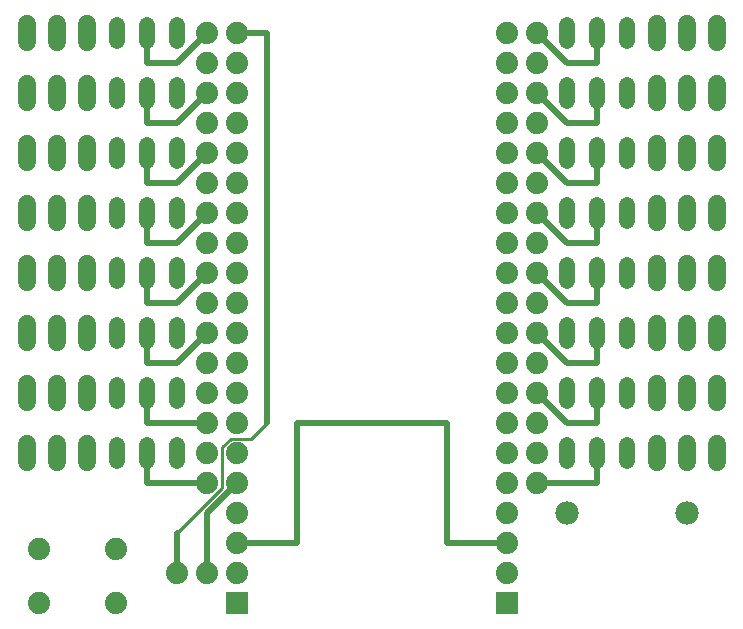
<source format=gbr>
G04 EAGLE Gerber RS-274X export*
G75*
%MOMM*%
%FSLAX34Y34*%
%LPD*%
%INBottom Copper*%
%IPPOS*%
%AMOC8*
5,1,8,0,0,1.08239X$1,22.5*%
G01*
%ADD10R,1.879600X1.879600*%
%ADD11C,1.879600*%
%ADD12C,1.320800*%
%ADD13C,1.524000*%
%ADD14C,1.981200*%
%ADD15C,0.508000*%
%ADD16C,0.254000*%


D10*
X228600Y25400D03*
D11*
X228600Y50800D03*
X228600Y76200D03*
X228600Y101600D03*
X228600Y127000D03*
X228600Y152400D03*
X228600Y177800D03*
X228600Y203200D03*
X228600Y228600D03*
X228600Y254000D03*
X228600Y279400D03*
X228600Y304800D03*
X228600Y330200D03*
X228600Y355600D03*
X228600Y381000D03*
X228600Y406400D03*
X228600Y431800D03*
X228600Y457200D03*
X228600Y482600D03*
X228600Y508000D03*
D10*
X457200Y25400D03*
D11*
X457200Y50800D03*
X457200Y76200D03*
X457200Y101600D03*
X457200Y127000D03*
X457200Y152400D03*
X457200Y177800D03*
X457200Y203200D03*
X457200Y228600D03*
X457200Y254000D03*
X457200Y279400D03*
X457200Y304800D03*
X457200Y330200D03*
X457200Y355600D03*
X457200Y381000D03*
X457200Y406400D03*
X457200Y431800D03*
X457200Y457200D03*
X457200Y482600D03*
X457200Y508000D03*
D12*
X558800Y311404D02*
X558800Y298196D01*
X508000Y298196D02*
X508000Y311404D01*
X533400Y311404D02*
X533400Y298196D01*
X127000Y450596D02*
X127000Y463804D01*
X177800Y463804D02*
X177800Y450596D01*
X152400Y450596D02*
X152400Y463804D01*
X127000Y413004D02*
X127000Y399796D01*
X177800Y399796D02*
X177800Y413004D01*
X152400Y413004D02*
X152400Y399796D01*
X127000Y362204D02*
X127000Y348996D01*
X177800Y348996D02*
X177800Y362204D01*
X152400Y362204D02*
X152400Y348996D01*
X127000Y311404D02*
X127000Y298196D01*
X177800Y298196D02*
X177800Y311404D01*
X152400Y311404D02*
X152400Y298196D01*
X127000Y260604D02*
X127000Y247396D01*
X177800Y247396D02*
X177800Y260604D01*
X152400Y260604D02*
X152400Y247396D01*
X127000Y209804D02*
X127000Y196596D01*
X177800Y196596D02*
X177800Y209804D01*
X152400Y209804D02*
X152400Y196596D01*
X127000Y159004D02*
X127000Y145796D01*
X177800Y145796D02*
X177800Y159004D01*
X152400Y159004D02*
X152400Y145796D01*
X558800Y348996D02*
X558800Y362204D01*
X508000Y362204D02*
X508000Y348996D01*
X533400Y348996D02*
X533400Y362204D01*
X558800Y399796D02*
X558800Y413004D01*
X508000Y413004D02*
X508000Y399796D01*
X533400Y399796D02*
X533400Y413004D01*
X558800Y450596D02*
X558800Y463804D01*
X508000Y463804D02*
X508000Y450596D01*
X533400Y450596D02*
X533400Y463804D01*
X558800Y501396D02*
X558800Y514604D01*
X508000Y514604D02*
X508000Y501396D01*
X533400Y501396D02*
X533400Y514604D01*
X558800Y260604D02*
X558800Y247396D01*
X508000Y247396D02*
X508000Y260604D01*
X533400Y260604D02*
X533400Y247396D01*
X558800Y209804D02*
X558800Y196596D01*
X508000Y196596D02*
X508000Y209804D01*
X533400Y209804D02*
X533400Y196596D01*
X558800Y159004D02*
X558800Y145796D01*
X508000Y145796D02*
X508000Y159004D01*
X533400Y159004D02*
X533400Y145796D01*
X127000Y501396D02*
X127000Y514604D01*
X177800Y514604D02*
X177800Y501396D01*
X152400Y501396D02*
X152400Y514604D01*
D11*
X203200Y127000D03*
X203200Y152400D03*
X482600Y431800D03*
X482600Y457200D03*
X482600Y381000D03*
X482600Y406400D03*
X482600Y330200D03*
X482600Y355600D03*
X482600Y279400D03*
X482600Y304800D03*
X482600Y228600D03*
X482600Y254000D03*
X482600Y177800D03*
X482600Y203200D03*
X482600Y152400D03*
X482600Y127000D03*
X203200Y177800D03*
X203200Y203200D03*
X203200Y254000D03*
X203200Y228600D03*
X203200Y304800D03*
X203200Y279400D03*
X203200Y355600D03*
X203200Y330200D03*
X203200Y406400D03*
X203200Y381000D03*
X203200Y457200D03*
X203200Y431800D03*
X203200Y508000D03*
X203200Y482600D03*
X482600Y482600D03*
X482600Y508000D03*
D13*
X584200Y500380D02*
X584200Y515620D01*
X609600Y515620D02*
X609600Y500380D01*
X635000Y500380D02*
X635000Y515620D01*
X101600Y210820D02*
X101600Y195580D01*
X76200Y195580D02*
X76200Y210820D01*
X50800Y210820D02*
X50800Y195580D01*
X101600Y246380D02*
X101600Y261620D01*
X76200Y261620D02*
X76200Y246380D01*
X50800Y246380D02*
X50800Y261620D01*
X101600Y297180D02*
X101600Y312420D01*
X76200Y312420D02*
X76200Y297180D01*
X50800Y297180D02*
X50800Y312420D01*
X101600Y347980D02*
X101600Y363220D01*
X76200Y363220D02*
X76200Y347980D01*
X50800Y347980D02*
X50800Y363220D01*
X101600Y398780D02*
X101600Y414020D01*
X76200Y414020D02*
X76200Y398780D01*
X50800Y398780D02*
X50800Y414020D01*
X101600Y449580D02*
X101600Y464820D01*
X76200Y464820D02*
X76200Y449580D01*
X50800Y449580D02*
X50800Y464820D01*
X101600Y500380D02*
X101600Y515620D01*
X76200Y515620D02*
X76200Y500380D01*
X50800Y500380D02*
X50800Y515620D01*
X584200Y464820D02*
X584200Y449580D01*
X609600Y449580D02*
X609600Y464820D01*
X635000Y464820D02*
X635000Y449580D01*
X584200Y414020D02*
X584200Y398780D01*
X609600Y398780D02*
X609600Y414020D01*
X635000Y414020D02*
X635000Y398780D01*
X584200Y363220D02*
X584200Y347980D01*
X609600Y347980D02*
X609600Y363220D01*
X635000Y363220D02*
X635000Y347980D01*
X584200Y312420D02*
X584200Y297180D01*
X609600Y297180D02*
X609600Y312420D01*
X635000Y312420D02*
X635000Y297180D01*
X584200Y261620D02*
X584200Y246380D01*
X609600Y246380D02*
X609600Y261620D01*
X635000Y261620D02*
X635000Y246380D01*
X584200Y210820D02*
X584200Y195580D01*
X609600Y195580D02*
X609600Y210820D01*
X635000Y210820D02*
X635000Y195580D01*
X584200Y160020D02*
X584200Y144780D01*
X609600Y144780D02*
X609600Y160020D01*
X635000Y160020D02*
X635000Y144780D01*
X101600Y144780D02*
X101600Y160020D01*
X76200Y160020D02*
X76200Y144780D01*
X50800Y144780D02*
X50800Y160020D01*
D11*
X126492Y25654D03*
X61468Y25654D03*
X126492Y70866D03*
X61468Y70866D03*
X177800Y50800D03*
X203200Y50800D03*
D14*
X508000Y101600D03*
X609600Y101600D03*
D15*
X508000Y482600D02*
X482600Y508000D01*
X508000Y482600D02*
X533400Y482600D01*
X533400Y508000D01*
X533400Y152400D02*
X533400Y127000D01*
X482600Y127000D01*
X533400Y177800D02*
X533400Y203200D01*
X533400Y177800D02*
X508000Y177800D01*
X482600Y203200D01*
X533400Y228600D02*
X533400Y254000D01*
X533400Y228600D02*
X508000Y228600D01*
X482600Y254000D01*
X533400Y279400D02*
X533400Y304800D01*
X533400Y279400D02*
X508000Y279400D01*
X482600Y304800D01*
X533400Y330200D02*
X533400Y355600D01*
X533400Y330200D02*
X508000Y330200D01*
X482600Y355600D01*
X533400Y381000D02*
X533400Y406400D01*
X533400Y381000D02*
X508000Y381000D01*
X482600Y406400D01*
X533400Y431800D02*
X533400Y457200D01*
X533400Y431800D02*
X508000Y431800D01*
X482600Y457200D01*
X152400Y203200D02*
X152400Y177800D01*
X203200Y177800D01*
X152400Y152400D02*
X152400Y127000D01*
X203200Y127000D01*
X152400Y228600D02*
X152400Y254000D01*
X152400Y228600D02*
X177800Y228600D01*
X203200Y254000D01*
X177800Y279400D02*
X203200Y304800D01*
X152400Y304800D02*
X152400Y279400D01*
X177800Y279400D01*
X152400Y330200D02*
X152400Y355600D01*
X152400Y330200D02*
X177800Y330200D01*
X203200Y355600D01*
X152400Y381000D02*
X152400Y406400D01*
X152400Y381000D02*
X177800Y381000D01*
X203200Y406400D01*
X177800Y431800D02*
X203200Y457200D01*
X177800Y431800D02*
X152400Y431800D01*
X152400Y457200D01*
X177800Y482600D02*
X203200Y508000D01*
X177800Y482600D02*
X152400Y482600D01*
X152400Y508000D01*
X228600Y76200D02*
X279400Y76200D01*
X279400Y177800D01*
X406400Y177800D01*
X406400Y76200D01*
X457200Y76200D01*
X254000Y508000D02*
X228600Y508000D01*
X254000Y508000D02*
X254000Y177800D01*
D16*
X223550Y164592D02*
X216408Y157450D01*
X240792Y164592D02*
X254000Y177800D01*
X240792Y164592D02*
X223550Y164592D01*
X216408Y122966D02*
X177800Y84358D01*
X216408Y122966D02*
X216408Y157450D01*
D15*
X177800Y84358D02*
X177800Y50800D01*
X203200Y50800D02*
X203200Y101600D01*
X228600Y127000D01*
M02*

</source>
